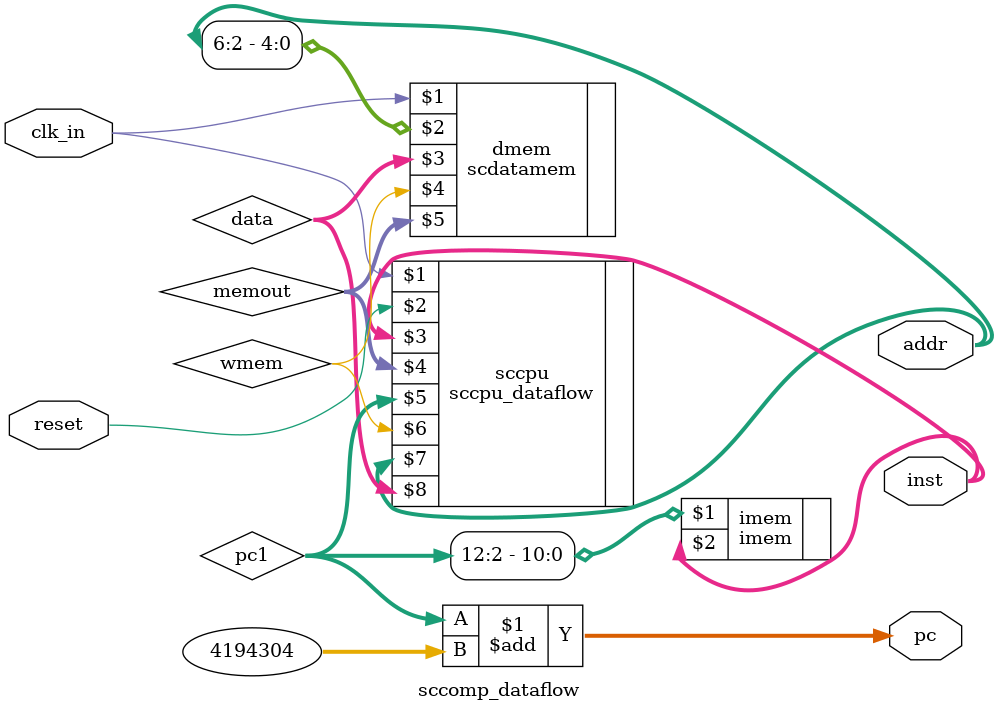
<source format=v>
`timescale 1ns / 1ps


module sccomp_dataflow(
    input clk_in,
    input reset,
    output [31:0] inst,
    output [31:0] pc,
    output [31:0] addr
    );
    wire [31:0] memout;
    wire [31:0] data;
    wire wmem;
    wire [31:0] pc1;
    
    assign pc = pc1 + 32'h00400000;
    
    imem imem(pc1[12:2],inst);
    sccpu_dataflow sccpu(clk_in,reset,inst,memout,pc1,wmem,addr,data);
    scdatamem dmem(clk_in,addr[6:2],data,wmem,memout);
endmodule

</source>
